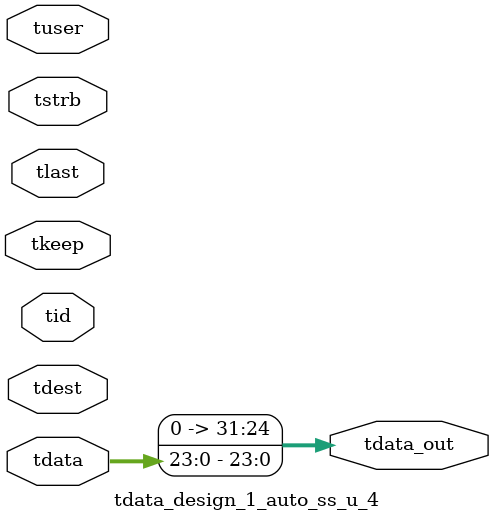
<source format=v>


`timescale 1ps/1ps

module tdata_design_1_auto_ss_u_4 #
(
parameter C_S_AXIS_TDATA_WIDTH = 32,
parameter C_S_AXIS_TUSER_WIDTH = 0,
parameter C_S_AXIS_TID_WIDTH   = 0,
parameter C_S_AXIS_TDEST_WIDTH = 0,
parameter C_M_AXIS_TDATA_WIDTH = 32
)
(
input  [(C_S_AXIS_TDATA_WIDTH == 0 ? 1 : C_S_AXIS_TDATA_WIDTH)-1:0     ] tdata,
input  [(C_S_AXIS_TUSER_WIDTH == 0 ? 1 : C_S_AXIS_TUSER_WIDTH)-1:0     ] tuser,
input  [(C_S_AXIS_TID_WIDTH   == 0 ? 1 : C_S_AXIS_TID_WIDTH)-1:0       ] tid,
input  [(C_S_AXIS_TDEST_WIDTH == 0 ? 1 : C_S_AXIS_TDEST_WIDTH)-1:0     ] tdest,
input  [(C_S_AXIS_TDATA_WIDTH/8)-1:0 ] tkeep,
input  [(C_S_AXIS_TDATA_WIDTH/8)-1:0 ] tstrb,
input                                                                    tlast,
output [C_M_AXIS_TDATA_WIDTH-1:0] tdata_out
);

assign tdata_out = {tdata[23:0]};

endmodule


</source>
